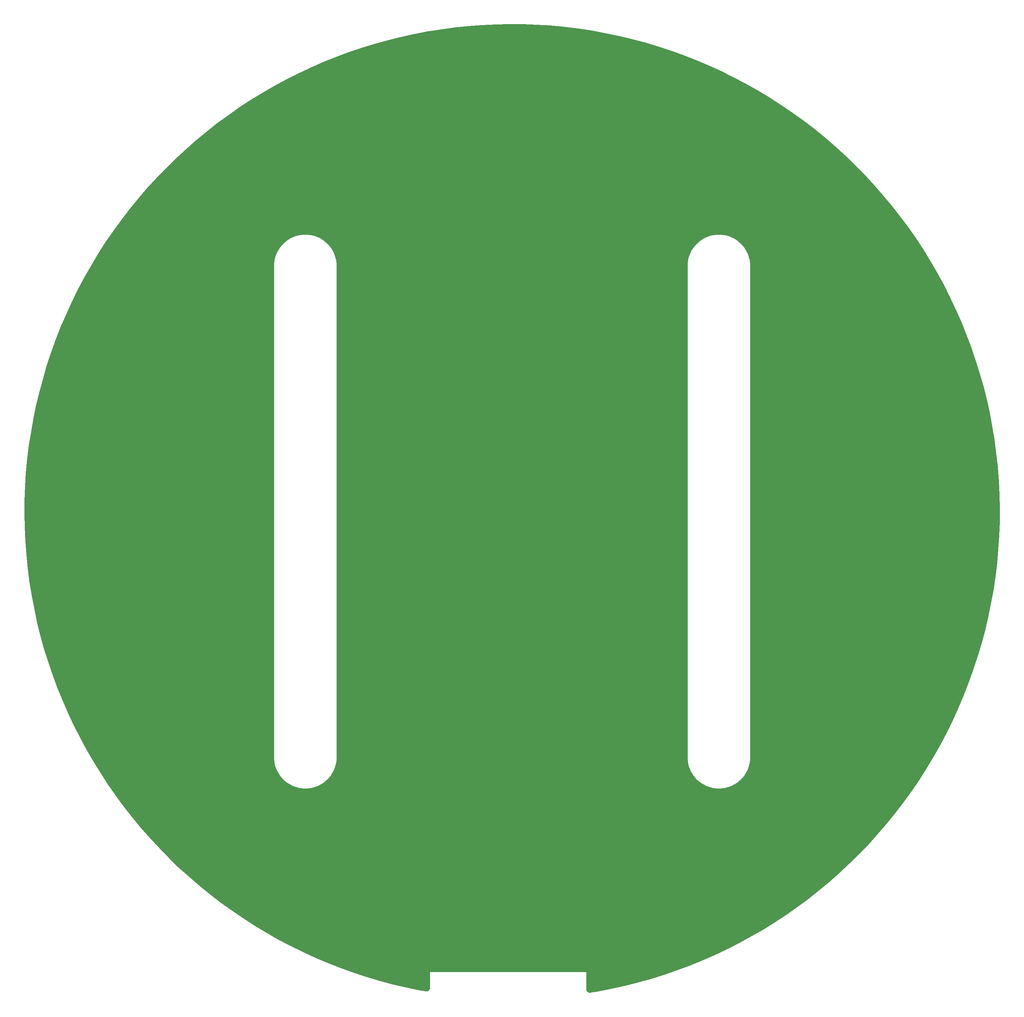
<source format=gtl>
G04*
G04 #@! TF.GenerationSoftware,Altium Limited,Altium Designer,18.0.9 (584)*
G04*
G04 Layer_Physical_Order=1*
G04 Layer_Color=255*
%FSLAX25Y25*%
%MOIN*%
G70*
G01*
G75*
G36*
X503135Y977820D02*
X516922Y977319D01*
X530690Y976432D01*
X544427Y975159D01*
X558123Y973501D01*
X571768Y971461D01*
X585350Y969038D01*
X598859Y966236D01*
X612284Y963056D01*
X625614Y959502D01*
X638839Y955575D01*
X651950Y951279D01*
X664935Y946617D01*
X677784Y941593D01*
X690487Y936211D01*
X703034Y930475D01*
X715416Y924389D01*
X727622Y917959D01*
X739643Y911190D01*
X751470Y904086D01*
X763093Y896653D01*
X774503Y888898D01*
X785691Y880825D01*
X796649Y872443D01*
X807367Y863756D01*
X817837Y854772D01*
X828052Y845499D01*
X838003Y835943D01*
X847682Y826112D01*
X857081Y816013D01*
X866194Y805655D01*
X875013Y795045D01*
X883531Y784193D01*
X891742Y773105D01*
X899639Y761793D01*
X907215Y750263D01*
X914465Y738525D01*
X921384Y726589D01*
X927965Y714464D01*
X934204Y702159D01*
X940095Y689684D01*
X945635Y677048D01*
X950818Y664263D01*
X955641Y651337D01*
X960099Y638281D01*
X964190Y625105D01*
X967910Y611820D01*
X971256Y598435D01*
X974226Y584963D01*
X976817Y571412D01*
X979027Y557794D01*
X980854Y544119D01*
X982298Y530398D01*
X983356Y516643D01*
X984028Y502863D01*
X984314Y489070D01*
X984213Y475274D01*
X983726Y461486D01*
X982852Y447718D01*
X981593Y433979D01*
X979949Y420281D01*
X977922Y406634D01*
X975513Y393050D01*
X972724Y379538D01*
X969558Y366110D01*
X966017Y352777D01*
X962103Y339547D01*
X957820Y326432D01*
X953171Y313443D01*
X948160Y300589D01*
X942790Y287880D01*
X937067Y275327D01*
X930994Y262940D01*
X924576Y250727D01*
X917818Y238699D01*
X910726Y226866D01*
X903305Y215235D01*
X895560Y203818D01*
X887499Y192621D01*
X879128Y181656D01*
X870452Y170929D01*
X861479Y160449D01*
X852215Y150225D01*
X842669Y140265D01*
X832847Y130576D01*
X822758Y121167D01*
X812409Y112043D01*
X801808Y103214D01*
X790964Y94685D01*
X779885Y86463D01*
X768580Y78555D01*
X757058Y70968D01*
X745328Y63705D01*
X733398Y56775D01*
X721279Y50182D01*
X708981Y43931D01*
X696511Y38027D01*
X683882Y32475D01*
X671101Y27279D01*
X658180Y22444D01*
X645128Y17972D01*
X631957Y13868D01*
X618675Y10135D01*
X605294Y6776D01*
X591824Y3793D01*
X578276Y1188D01*
X571468Y77D01*
X571045Y8D01*
X570191Y54D01*
X569366Y284D01*
X568610Y685D01*
X567958Y1239D01*
X567440Y1921D01*
X567080Y2698D01*
X566896Y3534D01*
Y3962D01*
Y20852D01*
X409416Y20853D01*
X409416Y5335D01*
Y4903D01*
X409229Y4059D01*
X408863Y3276D01*
X408335Y2591D01*
X407672Y2037D01*
X406905Y1640D01*
X406069Y1419D01*
X405205Y1384D01*
X404780Y1460D01*
X397992Y2685D01*
X384489Y5514D01*
X371070Y8720D01*
X357747Y12302D01*
X344529Y16255D01*
X331427Y20577D01*
X318451Y25264D01*
X305612Y30314D01*
X292920Y35721D01*
X280384Y41482D01*
X268015Y47592D01*
X255821Y54047D01*
X243814Y60840D01*
X232001Y67968D01*
X220393Y75423D01*
X208998Y83202D01*
X197826Y91296D01*
X186885Y99700D01*
X176184Y108408D01*
X165732Y117413D01*
X155535Y126706D01*
X145604Y136282D01*
X135944Y146133D01*
X126565Y156250D01*
X117473Y166627D01*
X108675Y177254D01*
X100178Y188123D01*
X91989Y199226D01*
X84115Y210555D01*
X76562Y222100D01*
X69335Y233852D01*
X62440Y245801D01*
X55883Y257940D01*
X49669Y270257D01*
X43802Y282744D01*
X38288Y295391D01*
X33130Y308186D01*
X28333Y321122D01*
X23900Y334187D01*
X19836Y347371D01*
X16142Y360663D01*
X12823Y374054D01*
X9880Y387533D01*
X7316Y401089D01*
X5133Y414711D01*
X3333Y428390D01*
X1917Y442113D01*
X886Y455871D01*
X241Y469652D01*
X-18Y483446D01*
X110Y497241D01*
X625Y511028D01*
X1526Y524795D01*
X2813Y538531D01*
X4484Y552226D01*
X6538Y565868D01*
X8974Y579448D01*
X11790Y592954D01*
X14983Y606375D01*
X18551Y619702D01*
X22491Y632924D01*
X26800Y646030D01*
X31474Y659010D01*
X36511Y671854D01*
X41906Y684552D01*
X47654Y697094D01*
X53752Y709469D01*
X60194Y721669D01*
X66976Y733683D01*
X74092Y745503D01*
X81536Y757119D01*
X89303Y768521D01*
X97386Y779701D01*
X105780Y790650D01*
X114477Y801360D01*
X123471Y811821D01*
X132755Y822027D01*
X142321Y831968D01*
X152161Y841637D01*
X162269Y851027D01*
X172637Y860130D01*
X183255Y868938D01*
X194116Y877445D01*
X205211Y885645D01*
X216532Y893530D01*
X228069Y901095D01*
X239814Y908334D01*
X251757Y915241D01*
X263889Y921810D01*
X276200Y928036D01*
X288681Y933915D01*
X301322Y939442D01*
X314113Y944613D01*
X327043Y949422D01*
X340104Y953868D01*
X353284Y957946D01*
X366573Y961653D01*
X379960Y964985D01*
X393436Y967942D01*
X406989Y970519D01*
X420610Y972716D01*
X434286Y974529D01*
X448008Y975959D01*
X461765Y977004D01*
X475545Y977663D01*
X489339Y977935D01*
X503135Y977820D01*
D02*
G37*
%LPC*%
G36*
X285258Y765296D02*
X281721D01*
X278205Y764900D01*
X274757Y764113D01*
X271418Y762945D01*
X268230Y761410D01*
X265235Y759527D01*
X262469Y757322D01*
X259968Y754820D01*
X257762Y752055D01*
X255880Y749059D01*
X254345Y745872D01*
X253177Y742533D01*
X252390Y739084D01*
X251994Y735569D01*
Y733800D01*
X251993D01*
X251993Y237737D01*
Y235968D01*
X252390Y232453D01*
X253177Y229004D01*
X254345Y225665D01*
X255880Y222478D01*
X257762Y219482D01*
X259968Y216717D01*
X262469Y214215D01*
X265235Y212010D01*
X268230Y210128D01*
X271417Y208593D01*
X274757Y207424D01*
X278205Y206637D01*
X281721Y206241D01*
X285258Y206241D01*
X288774Y206637D01*
X292222Y207424D01*
X295562Y208593D01*
X298749Y210128D01*
X301744Y212010D01*
X304510Y214215D01*
X307011Y216717D01*
X309217Y219482D01*
X311099Y222478D01*
X312634Y225665D01*
X313802Y229004D01*
X314590Y232453D01*
X314986Y235968D01*
Y237237D01*
X314986Y237737D01*
X314986Y237737D01*
X314986Y733800D01*
Y735569D01*
X314590Y739084D01*
X313802Y742533D01*
X312634Y745872D01*
X311099Y749059D01*
X309217Y752055D01*
X307011Y754820D01*
X304510Y757322D01*
X301744Y759527D01*
X298749Y761410D01*
X295562Y762945D01*
X292223Y764113D01*
X288774Y764900D01*
X285258Y765296D01*
D02*
G37*
G36*
X699051Y765297D02*
X695535Y764901D01*
X692086Y764115D01*
X688746Y762947D01*
X685558Y761412D01*
X682562Y759530D01*
X679795Y757325D01*
X677293Y754823D01*
X675087Y752057D01*
X673204Y749061D01*
X671669Y745874D01*
X670500Y742534D01*
X669713Y739085D01*
X669316Y735569D01*
Y733800D01*
X669316Y237737D01*
Y235968D01*
X669712Y232453D01*
X670500Y229004D01*
X671668Y225665D01*
X673203Y222478D01*
X675085Y219482D01*
X677291Y216717D01*
X679792Y214215D01*
X682558Y212010D01*
X685553Y210127D01*
X688740Y208593D01*
X692079Y207424D01*
X695528Y206637D01*
X699044Y206241D01*
X702581Y206241D01*
X706097Y206637D01*
X709545Y207424D01*
X712884Y208593D01*
X716072Y210127D01*
X719067Y212010D01*
X721833Y214215D01*
X724334Y216717D01*
X726540Y219482D01*
X728422Y222478D01*
X729957Y225665D01*
X731125Y229004D01*
X731912Y232453D01*
X732308Y235968D01*
Y237737D01*
X732308Y237737D01*
X732308Y733785D01*
X732309Y735554D01*
X731915Y739070D01*
X731129Y742520D01*
X729962Y745860D01*
X728428Y749048D01*
X726547Y752044D01*
X724342Y754812D01*
X721841Y757314D01*
X719076Y759521D01*
X716081Y761405D01*
X712893Y762941D01*
X709554Y764110D01*
X706105Y764899D01*
X702589Y765296D01*
X699051Y765297D01*
D02*
G37*
%LPD*%
M02*

</source>
